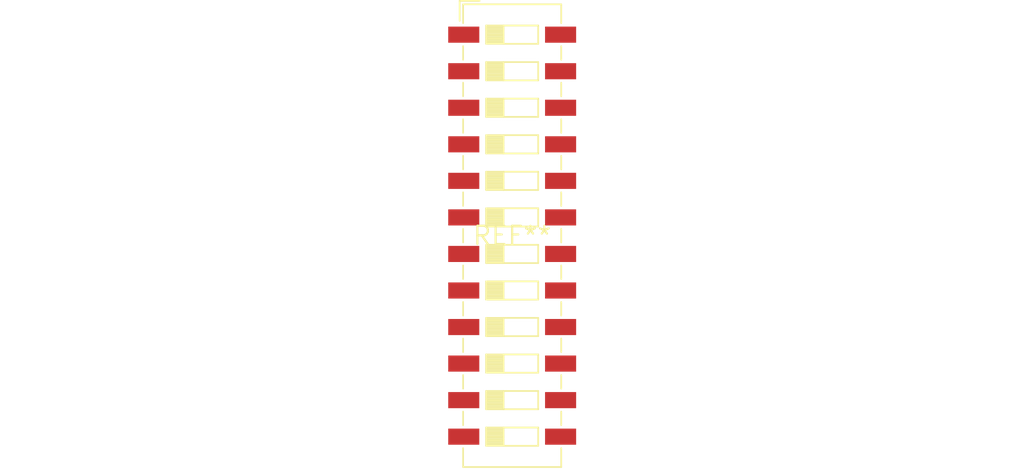
<source format=kicad_pcb>
(kicad_pcb (version 20240108) (generator pcbnew)
  (layers (0 "F.Cu" signal) (31 "B.Cu" signal) (34 "B.Paste" user) (35 "F.Paste" user) (36 "B.SilkS" user "B.Silkscreen") (37 "F.SilkS" user "F.Silkscreen") (38 "B.Mask" user) (39 "F.Mask" user) (44 "Edge.Cuts" user))
  (net 0 "")
  (footprint "SW_DIP_SPSTx12_Slide_6.7x32.04mm_W6.73mm_P2.54mm_LowProfile_JPin" (layer "F.Cu") (at 0 0)
    (property "Reference" "REF**")
    (property "Value" "SW_DIP_SPSTx12_Slide_6.7x32.04mm_W6.73mm_P2.54mm_LowProfile_JPin")
    (fp_line (start -3.65 -16.32) (end -3.65 -14.937) (layer "F.SilkS") (stroke (width 0.12)))
    (fp_line (start -3.65 -16.32) (end -2.267 -16.32) (layer "F.SilkS") (stroke (width 0.12)))
    (fp_line (start -3.41 -16.08) (end -3.41 -14.77) (layer "F.SilkS") (stroke (width 0.12)))
    (fp_line (start -3.41 -16.08) (end 3.41 -16.08) (layer "F.SilkS") (stroke (width 0.12)))
    (fp_line (start -3.41 -13.17) (end -3.41 -12.23) (layer "F.SilkS") (stroke (width 0.12)))
    (fp_line (start -3.41 -10.63) (end -3.41 -9.69) (layer "F.SilkS") (stroke (width 0.12)))
    (fp_line (start -3.41 -8.09) (end -3.41 -7.15) (layer "F.SilkS") (stroke (width 0.12)))
    (fp_line (start -3.41 -5.55) (end -3.41 -4.61) (layer "F.SilkS") (stroke (width 0.12)))
    (fp_line (start -3.41 -3.01) (end -3.41 -2.07) (layer "F.SilkS") (stroke (width 0.12)))
    (fp_line (start -3.41 -0.47) (end -3.41 0.47) (layer "F.SilkS") (stroke (width 0.12)))
    (fp_line (start -3.41 2.07) (end -3.41 3.01) (layer "F.SilkS") (stroke (width 0.12)))
    (fp_line (start -3.41 4.61) (end -3.41 5.55) (layer "F.SilkS") (stroke (width 0.12)))
    (fp_line (start -3.41 7.15) (end -3.41 8.09) (layer "F.SilkS") (stroke (width 0.12)))
    (fp_line (start -3.41 9.69) (end -3.41 10.63) (layer "F.SilkS") (stroke (width 0.12)))
    (fp_line (start -3.41 12.23) (end -3.41 13.17) (layer "F.SilkS") (stroke (width 0.12)))
    (fp_line (start -3.41 14.77) (end -3.41 16.08) (layer "F.SilkS") (stroke (width 0.12)))
    (fp_line (start -3.41 16.08) (end 3.41 16.08) (layer "F.SilkS") (stroke (width 0.12)))
    (fp_line (start -1.81 -14.605) (end -1.81 -13.335) (layer "F.SilkS") (stroke (width 0.12)))
    (fp_line (start -1.81 -14.485) (end -0.603333 -14.485) (layer "F.SilkS") (stroke (width 0.12)))
    (fp_line (start -1.81 -14.365) (end -0.603333 -14.365) (layer "F.SilkS") (stroke (width 0.12)))
    (fp_line (start -1.81 -14.245) (end -0.603333 -14.245) (layer "F.SilkS") (stroke (width 0.12)))
    (fp_line (start -1.81 -14.125) (end -0.603333 -14.125) (layer "F.SilkS") (stroke (width 0.12)))
    (fp_line (start -1.81 -14.005) (end -0.603333 -14.005) (layer "F.SilkS") (stroke (width 0.12)))
    (fp_line (start -1.81 -13.885) (end -0.603333 -13.885) (layer "F.SilkS") (stroke (width 0.12)))
    (fp_line (start -1.81 -13.765) (end -0.603333 -13.765) (layer "F.SilkS") (stroke (width 0.12)))
    (fp_line (start -1.81 -13.645) (end -0.603333 -13.645) (layer "F.SilkS") (stroke (width 0.12)))
    (fp_line (start -1.81 -13.525) (end -0.603333 -13.525) (layer "F.SilkS") (stroke (width 0.12)))
    (fp_line (start -1.81 -13.405) (end -0.603333 -13.405) (layer "F.SilkS") (stroke (width 0.12)))
    (fp_line (start -1.81 -13.335) (end 1.81 -13.335) (layer "F.SilkS") (stroke (width 0.12)))
    (fp_line (start -1.81 -12.065) (end -1.81 -10.795) (layer "F.SilkS") (stroke (width 0.12)))
    (fp_line (start -1.81 -11.945) (end -0.603333 -11.945) (layer "F.SilkS") (stroke (width 0.12)))
    (fp_line (start -1.81 -11.825) (end -0.603333 -11.825) (layer "F.SilkS") (stroke (width 0.12)))
    (fp_line (start -1.81 -11.705) (end -0.603333 -11.705) (layer "F.SilkS") (stroke (width 0.12)))
    (fp_line (start -1.81 -11.585) (end -0.603333 -11.585) (layer "F.SilkS") (stroke (width 0.12)))
    (fp_line (start -1.81 -11.465) (end -0.603333 -11.465) (layer "F.SilkS") (stroke (width 0.12)))
    (fp_line (start -1.81 -11.345) (end -0.603333 -11.345) (layer "F.SilkS") (stroke (width 0.12)))
    (fp_line (start -1.81 -11.225) (end -0.603333 -11.225) (layer "F.SilkS") (stroke (width 0.12)))
    (fp_line (start -1.81 -11.105) (end -0.603333 -11.105) (layer "F.SilkS") (stroke (width 0.12)))
    (fp_line (start -1.81 -10.985) (end -0.603333 -10.985) (layer "F.SilkS") (stroke (width 0.12)))
    (fp_line (start -1.81 -10.865) (end -0.603333 -10.865) (layer "F.SilkS") (stroke (width 0.12)))
    (fp_line (start -1.81 -10.795) (end 1.81 -10.795) (layer "F.SilkS") (stroke (width 0.12)))
    (fp_line (start -1.81 -9.525) (end -1.81 -8.255) (layer "F.SilkS") (stroke (width 0.12)))
    (fp_line (start -1.81 -9.405) (end -0.603333 -9.405) (layer "F.SilkS") (stroke (width 0.12)))
    (fp_line (start -1.81 -9.285) (end -0.603333 -9.285) (layer "F.SilkS") (stroke (width 0.12)))
    (fp_line (start -1.81 -9.165) (end -0.603333 -9.165) (layer "F.SilkS") (stroke (width 0.12)))
    (fp_line (start -1.81 -9.045) (end -0.603333 -9.045) (layer "F.SilkS") (stroke (width 0.12)))
    (fp_line (start -1.81 -8.925) (end -0.603333 -8.925) (layer "F.SilkS") (stroke (width 0.12)))
    (fp_line (start -1.81 -8.805) (end -0.603333 -8.805) (layer "F.SilkS") (stroke (width 0.12)))
    (fp_line (start -1.81 -8.685) (end -0.603333 -8.685) (layer "F.SilkS") (stroke (width 0.12)))
    (fp_line (start -1.81 -8.565) (end -0.603333 -8.565) (layer "F.SilkS") (stroke (width 0.12)))
    (fp_line (start -1.81 -8.445) (end -0.603333 -8.445) (layer "F.SilkS") (stroke (width 0.12)))
    (fp_line (start -1.81 -8.325) (end -0.603333 -8.325) (layer "F.SilkS") (stroke (width 0.12)))
    (fp_line (start -1.81 -8.255) (end 1.81 -8.255) (layer "F.SilkS") (stroke (width 0.12)))
    (fp_line (start -1.81 -6.985) (end -1.81 -5.715) (layer "F.SilkS") (stroke (width 0.12)))
    (fp_line (start -1.81 -6.865) (end -0.603333 -6.865) (layer "F.SilkS") (stroke (width 0.12)))
    (fp_line (start -1.81 -6.745) (end -0.603333 -6.745) (layer "F.SilkS") (stroke (width 0.12)))
    (fp_line (start -1.81 -6.625) (end -0.603333 -6.625) (layer "F.SilkS") (stroke (width 0.12)))
    (fp_line (start -1.81 -6.505) (end -0.603333 -6.505) (layer "F.SilkS") (stroke (width 0.12)))
    (fp_line (start -1.81 -6.385) (end -0.603333 -6.385) (layer "F.SilkS") (stroke (width 0.12)))
    (fp_line (start -1.81 -6.265) (end -0.603333 -6.265) (layer "F.SilkS") (stroke (width 0.12)))
    (fp_line (start -1.81 -6.145) (end -0.603333 -6.145) (layer "F.SilkS") (stroke (width 0.12)))
    (fp_line (start -1.81 -6.025) (end -0.603333 -6.025) (layer "F.SilkS") (stroke (width 0.12)))
    (fp_line (start -1.81 -5.905) (end -0.603333 -5.905) (layer "F.SilkS") (stroke (width 0.12)))
    (fp_line (start -1.81 -5.785) (end -0.603333 -5.785) (layer "F.SilkS") (stroke (width 0.12)))
    (fp_line (start -1.81 -5.715) (end 1.81 -5.715) (layer "F.SilkS") (stroke (width 0.12)))
    (fp_line (start -1.81 -4.445) (end -1.81 -3.175) (layer "F.SilkS") (stroke (width 0.12)))
    (fp_line (start -1.81 -4.325) (end -0.603333 -4.325) (layer "F.SilkS") (stroke (width 0.12)))
    (fp_line (start -1.81 -4.205) (end -0.603333 -4.205) (layer "F.SilkS") (stroke (width 0.12)))
    (fp_line (start -1.81 -4.085) (end -0.603333 -4.085) (layer "F.SilkS") (stroke (width 0.12)))
    (fp_line (start -1.81 -3.965) (end -0.603333 -3.965) (layer "F.SilkS") (stroke (width 0.12)))
    (fp_line (start -1.81 -3.845) (end -0.603333 -3.845) (layer "F.SilkS") (stroke (width 0.12)))
    (fp_line (start -1.81 -3.725) (end -0.603333 -3.725) (layer "F.SilkS") (stroke (width 0.12)))
    (fp_line (start -1.81 -3.605) (end -0.603333 -3.605) (layer "F.SilkS") (stroke (width 0.12)))
    (fp_line (start -1.81 -3.485) (end -0.603333 -3.485) (layer "F.SilkS") (stroke (width 0.12)))
    (fp_line (start -1.81 -3.365) (end -0.603333 -3.365) (layer "F.SilkS") (stroke (width 0.12)))
    (fp_line (start -1.81 -3.245) (end -0.603333 -3.245) (layer "F.SilkS") (stroke (width 0.12)))
    (fp_line (start -1.81 -3.175) (end 1.81 -3.175) (layer "F.SilkS") (stroke (width 0.12)))
    (fp_line (start -1.81 -1.905) (end -1.81 -0.635) (layer "F.SilkS") (stroke (width 0.12)))
    (fp_line (start -1.81 -1.785) (end -0.603333 -1.785) (layer "F.SilkS") (stroke (width 0.12)))
    (fp_line (start -1.81 -1.665) (end -0.603333 -1.665) (layer "F.SilkS") (stroke (width 0.12)))
    (fp_line (start -1.81 -1.545) (end -0.603333 -1.545) (layer "F.SilkS") (stroke (width 0.12)))
    (fp_line (start -1.81 -1.425) (end -0.603333 -1.425) (layer "F.SilkS") (stroke (width 0.12)))
    (fp_line (start -1.81 -1.305) (end -0.603333 -1.305) (layer "F.SilkS") (stroke (width 0.12)))
    (fp_line (start -1.81 -1.185) (end -0.603333 -1.185) (layer "F.SilkS") (stroke (width 0.12)))
    (fp_line (start -1.81 -1.065) (end -0.603333 -1.065) (layer "F.SilkS") (stroke (width 0.12)))
    (fp_line (start -1.81 -0.945) (end -0.603333 -0.945) (layer "F.SilkS") (stroke (width 0.12)))
    (fp_line (start -1.81 -0.825) (end -0.603333 -0.825) (layer "F.SilkS") (stroke (width 0.12)))
    (fp_line (start -1.81 -0.705) (end -0.603333 -0.705) (layer "F.SilkS") (stroke (width 0.12)))
    (fp_line (start -1.81 -0.635) (end 1.81 -0.635) (layer "F.SilkS") (stroke (width 0.12)))
    (fp_line (start -1.81 0.635) (end -1.81 1.905) (layer "F.SilkS") (stroke (width 0.12)))
    (fp_line (start -1.81 0.755) (end -0.603333 0.755) (layer "F.SilkS") (stroke (width 0.12)))
    (fp_line (start -1.81 0.875) (end -0.603333 0.875) (layer "F.SilkS") (stroke (width 0.12)))
    (fp_line (start -1.81 0.995) (end -0.603333 0.995) (layer "F.SilkS") (stroke (width 0.12)))
    (fp_line (start -1.81 1.115) (end -0.603333 1.115) (layer "F.SilkS") (stroke (width 0.12)))
    (fp_line (start -1.81 1.235) (end -0.603333 1.235) (layer "F.SilkS") (stroke (width 0.12)))
    (fp_line (start -1.81 1.355) (end -0.603333 1.355) (layer "F.SilkS") (stroke (width 0.12)))
    (fp_line (start -1.81 1.475) (end -0.603333 1.475) (layer "F.SilkS") (stroke (width 0.12)))
    (fp_line (start -1.81 1.595) (end -0.603333 1.595) (layer "F.SilkS") (stroke (width 0.12)))
    (fp_line (start -1.81 1.715) (end -0.603333 1.715) (layer "F.SilkS") (stroke (width 0.12)))
    (fp_line (start -1.81 1.835) (end -0.603333 1.835) (layer "F.SilkS") (stroke (width 0.12)))
    (fp_line (start -1.81 1.905) (end 1.81 1.905) (layer "F.SilkS") (stroke (width 0.12)))
    (fp_line (start -1.81 3.175) (end -1.81 4.445) (layer "F.SilkS") (stroke (width 0.12)))
    (fp_line (start -1.81 3.295) (end -0.603333 3.295) (layer "F.SilkS") (stroke (width 0.12)))
    (fp_line (start -1.81 3.415) (end -0.603333 3.415) (layer "F.SilkS") (stroke (width 0.12)))
    (fp_line (start -1.81 3.535) (end -0.603333 3.535) (layer "F.SilkS") (stroke (width 0.12)))
    (fp_line (start -1.81 3.655) (end -0.603333 3.655) (layer "F.SilkS") (stroke (width 0.12)))
    (fp_line (start -1.81 3.775) (end -0.603333 3.775) (layer "F.SilkS") (stroke (width 0.12)))
    (fp_line (start -1.81 3.895) (end -0.603333 3.895) (layer "F.SilkS") (stroke (width 0.12)))
    (fp_line (start -1.81 4.015) (end -0.603333 4.015) (layer "F.SilkS") (stroke (width 0.12)))
    (fp_line (start -1.81 4.135) (end -0.603333 4.135) (layer "F.SilkS") (stroke (width 0.12)))
    (fp_line (start -1.81 4.255) (end -0.603333 4.255) (layer "F.SilkS") (stroke (width 0.12)))
    (fp_line (start -1.81 4.375) (end -0.603333 4.375) (layer "F.SilkS") (stroke (width 0.12)))
    (fp_line (start -1.81 4.445) (end 1.81 4.445) (layer "F.SilkS") (stroke (width 0.12)))
    (fp_line (start -1.81 5.715) (end -1.81 6.985) (layer "F.SilkS") (stroke (width 0.12)))
    (fp_line (start -1.81 5.835) (end -0.603333 5.835) (layer "F.SilkS") (stroke (width 0.12)))
    (fp_line (start -1.81 5.955) (end -0.603333 5.955) (layer "F.SilkS") (stroke (width 0.12)))
    (fp_line (start -1.81 6.075) (end -0.603333 6.075) (layer "F.SilkS") (stroke (width 0.12)))
    (fp_line (start -1.81 6.195) (end -0.603333 6.195) (layer "F.SilkS") (stroke (width 0.12)))
    (fp_line (start -1.81 6.315) (end -0.603333 6.315) (layer "F.SilkS") (stroke (width 0.12)))
    (fp_line (start -1.81 6.435) (end -0.603333 6.435) (layer "F.SilkS") (stroke (width 0.12)))
    (fp_line (start -1.81 6.555) (end -0.603333 6.555) (layer "F.SilkS") (stroke (width 0.12)))
    (fp_line (start -1.81 6.675) (end -0.603333 6.675) (layer "F.SilkS") (stroke (width 0.12)))
    (fp_line (start -1.81 6.795) (end -0.603333 6.795) (layer "F.SilkS") (stroke (width 0.12)))
    (fp_line (start -1.81 6.915) (end -0.603333 6.915) (layer "F.SilkS") (stroke (width 0.12)))
    (fp_line (start -1.81 6.985) (end 1.81 6.985) (layer "F.SilkS") (stroke (width 0.12)))
    (fp_line (start -1.81 8.255) (end -1.81 9.525) (layer "F.SilkS") (stroke (width 0.12)))
    (fp_line (start -1.81 8.375) (end -0.603333 8.375) (layer "F.SilkS") (stroke (width 0.12)))
    (fp_line (start -1.81 8.495) (end -0.603333 8.495) (layer "F.SilkS") (stroke (width 0.12)))
    (fp_line (start -1.81 8.615) (end -0.603333 8.615) (layer "F.SilkS") (stroke (width 0.12)))
    (fp_line (start -1.81 8.735) (end -0.603333 8.735) (layer "F.SilkS") (stroke (width 0.12)))
    (fp_line (start -1.81 8.855) (end -0.603333 8.855) (layer "F.SilkS") (stroke (width 0.12)))
    (fp_line (start -1.81 8.975) (end -0.603333 8.975) (layer "F.SilkS") (stroke (width 0.12)))
    (fp_line (start -1.81 9.095) (end -0.603333 9.095) (layer "F.SilkS") (stroke (width 0.12)))
    (fp_line (start -1.81 9.215) (end -0.603333 9.215) (layer "F.SilkS") (stroke (width 0.12)))
    (fp_line (start -1.81 9.335) (end -0.603333 9.335) (layer "F.SilkS") (stroke (width 0.12)))
    (fp_line (start -1.81 9.455) (end -0.603333 9.455) (layer "F.SilkS") (stroke (width 0.12)))
    (fp_line (start -1.81 9.525) (end 1.81 9.525) (layer "F.SilkS") (stroke (width 0.12)))
    (fp_line (start -1.81 10.795) (end -1.81 12.065) (layer "F.SilkS") (stroke (width 0.12)))
    (fp_line (start -1.81 10.915) (end -0.603333 10.915) (layer "F.SilkS") (stroke (width 0.12)))
    (fp_line (start -1.81 11.035) (end -0.603333 11.035) (layer "F.SilkS") (stroke (width 0.12)))
    (fp_line (start -1.81 11.155) (end -0.603333 11.155) (layer "F.SilkS") (stroke (width 0.12)))
    (fp_line (start -1.81 11.275) (end -0.603333 11.275) (layer "F.SilkS") (stroke (width 0.12)))
    (fp_line (start -1.81 11.395) (end -0.603333 11.395) (layer "F.SilkS") (stroke (width 0.12)))
    (fp_line (start -1.81 11.515) (end -0.603333 11.515) (layer "F.SilkS") (stroke (width 0.12)))
    (fp_line (start -1.81 11.635) (end -0.603333 11.635) (layer "F.SilkS") (stroke (width 0.12)))
    (fp_line (start -1.81 11.755) (end -0.603333 11.755) (layer "F.SilkS") (stroke (width 0.12)))
    (fp_line (start -1.81 11.875) (end -0.603333 11.875) (layer "F.SilkS") (stroke (width 0.12)))
    (fp_line (start -1.81 11.995) (end -0.603333 11.995) (layer "F.SilkS") (stroke (width 0.12)))
    (fp_line (start -1.81 12.065) (end 1.81 12.065) (layer "F.SilkS") (stroke (width 0.12)))
    (fp_line (start -1.81 13.335) (end -1.81 14.605) (layer "F.SilkS") (stroke (width 0.12)))
    (fp_line (start -1.81 13.455) (end -0.603333 13.455) (layer "F.SilkS") (stroke (width 0.12)))
    (fp_line (start -1.81 13.575) (end -0.603333 13.575) (layer "F.SilkS") (stroke (width 0.12)))
    (fp_line (start -1.81 13.695) (end -0.603333 13.695) (layer "F.SilkS") (stroke (width 0.12)))
    (fp_line (start -1.81 13.815) (end -0.603333 13.815) (layer "F.SilkS") (stroke (width 0.12)))
    (fp_line (start -1.81 13.935) (end -0.603333 13.935) (layer "F.SilkS") (stroke (width 0.12)))
    (fp_line (start -1.81 14.055) (end -0.603333 14.055) (layer "F.SilkS") (stroke (width 0.12)))
    (fp_line (start -1.81 14.175) (end -0.603333 14.175) (layer "F.SilkS") (stroke (width 0.12)))
    (fp_line (start -1.81 14.295) (end -0.603333 14.295) (layer "F.SilkS") (stroke (width 0.12)))
    (fp_line (start -1.81 14.415) (end -0.603333 14.415) (layer "F.SilkS") (stroke (width 0.12)))
    (fp_line (start -1.81 14.535) (end -0.603333 14.535) (layer "F.SilkS") (stroke (width 0.12)))
    (fp_line (start -1.81 14.605) (end 1.81 14.605) (layer "F.SilkS") (stroke (width 0.12)))
    (fp_line (start -0.603333 -14.605) (end -0.603333 -13.335) (layer "F.SilkS") (stroke (width 0.12)))
    (fp_line (start -0.603333 -12.065) (end -0.603333 -10.795) (layer "F.SilkS") (stroke (width 0.12)))
    (fp_line (start -0.603333 -9.525) (end -0.603333 -8.255) (layer "F.SilkS") (stroke (width 0.12)))
    (fp_line (start -0.603333 -6.985) (end -0.603333 -5.715) (layer "F.SilkS") (stroke (width 0.12)))
    (fp_line (start -0.603333 -4.445) (end -0.603333 -3.175) (layer "F.SilkS") (stroke (width 0.12)))
    (fp_line (start -0.603333 -1.905) (end -0.603333 -0.635) (layer "F.SilkS") (stroke (width 0.12)))
    (fp_line (start -0.603333 0.635) (end -0.603333 1.905) (layer "F.SilkS") (stroke (width 0.12)))
    (fp_line (start -0.603333 3.175) (end -0.603333 4.445) (layer "F.SilkS") (stroke (width 0.12)))
    (fp_line (start -0.603333 5.715) (end -0.603333 6.985) (layer "F.SilkS") (stroke (width 0.12)))
    (fp_line (start -0.603333 8.255) (end -0.603333 9.525) (layer "F.SilkS") (stroke (width 0.12)))
    (fp_line (start -0.603333 10.795) (end -0.603333 12.065) (layer "F.SilkS") (stroke (width 0.12)))
    (fp_line (start -0.603333 13.335) (end -0.603333 14.605) (layer "F.SilkS") (stroke (width 0.12)))
    (fp_line (start 1.81 -14.605) (end -1.81 -14.605) (layer "F.SilkS") (stroke (width 0.12)))
    (fp_line (start 1.81 -13.335) (end 1.81 -14.605) (layer "F.SilkS") (stroke (width 0.12)))
    (fp_line (start 1.81 -12.065) (end -1.81 -12.065) (layer "F.SilkS") (stroke (width 0.12)))
    (fp_line (start 1.81 -10.795) (end 1.81 -12.065) (layer "F.SilkS") (stroke (width 0.12)))
    (fp_line (start 1.81 -9.525) (end -1.81 -9.525) (layer "F.SilkS") (stroke (width 0.12)))
    (fp_line (start 1.81 -8.255) (end 1.81 -9.525) (layer "F.SilkS") (stroke (width 0.12)))
    (fp_line (start 1.81 -6.985) (end -1.81 -6.985) (layer "F.SilkS") (stroke (width 0.12)))
    (fp_line (start 1.81 -5.715) (end 1.81 -6.985) (layer "F.SilkS") (stroke (width 0.12)))
    (fp_line (start 1.81 -4.445) (end -1.81 -4.445) (layer "F.SilkS") (stroke (width 0.12)))
    (fp_line (start 1.81 -3.175) (end 1.81 -4.445) (layer "F.SilkS") (stroke (width 0.12)))
    (fp_line (start 1.81 -1.905) (end -1.81 -1.905) (layer "F.SilkS") (stroke (width 0.12)))
    (fp_line (start 1.81 -0.635) (end 1.81 -1.905) (layer "F.SilkS") (stroke (width 0.12)))
    (fp_line (start 1.81 0.635) (end -1.81 0.635) (layer "F.SilkS") (stroke (width 0.12)))
    (fp_line (start 1.81 1.905) (end 1.81 0.635) (layer "F.SilkS") (stroke (width 0.12)))
    (fp_line (start 1.81 3.175) (end -1.81 3.175) (layer "F.SilkS") (stroke (width 0.12)))
    (fp_line (start 1.81 4.445) (end 1.81 3.175) (layer "F.SilkS") (stroke (width 0.12)))
    (fp_line (start 1.81 5.715) (end -1.81 5.715) (layer "F.SilkS") (stroke (width 0.12)))
    (fp_line (start 1.81 6.985) (end 1.81 5.715) (layer "F.SilkS") (stroke (width 0.12)))
    (fp_line (start 1.81 8.255) (end -1.81 8.255) (layer "F.SilkS") (stroke (width 0.12)))
    (fp_line (start 1.81 9.525) (end 1.81 8.255) (layer "F.SilkS") (stroke (width 0.12)))
    (fp_line (start 1.81 10.795) (end -1.81 10.795) (layer "F.SilkS") (stroke (width 0.12)))
    (fp_line (start 1.81 12.065) (end 1.81 10.795) (layer "F.SilkS") (stroke (width 0.12)))
    (fp_line (start 1.81 13.335) (end -1.81 13.335) (layer "F.SilkS") (stroke (width 0.12)))
    (fp_line (start 1.81 14.605) (end 1.81 13.335) (layer "F.SilkS") (stroke (width 0.12)))
    (fp_line (start 3.41 -16.08) (end 3.41 -14.77) (layer "F.SilkS") (stroke (width 0.12)))
    (fp_line (start 3.41 -13.169) (end 3.41 -12.229) (layer "F.SilkS") (stroke (width 0.12)))
    (fp_line (start 3.41 -10.629) (end 3.41 -9.689) (layer "F.SilkS") (stroke (width 0.12)))
    (fp_line (start 3.41 -8.089) (end 3.41 -7.149) (layer "F.SilkS") (stroke (width 0.12)))
    (fp_line (start 3.41 -5.549) (end 3.41 -4.609) (layer "F.SilkS") (stroke (width 0.12)))
    (fp_line (start 3.41 -3.009) (end 3.41 -2.069) (layer "F.SilkS") (stroke (width 0.12)))
    (fp_line (start 3.41 -0.469) (end 3.41 0.471) (layer "F.SilkS") (stroke (width 0.12)))
    (fp_line (start 3.41 2.071) (end 3.41 3.011) (layer "F.SilkS") (stroke (width 0.12)))
    (fp_line (start 3.41 4.611) (end 3.41 5.551) (layer "F.SilkS") (stroke (width 0.12)))
    (fp_line (start 3.41 7.151) (end 3.41 8.09) (layer "F.SilkS") (stroke (width 0.12)))
    (fp_line (start 3.41 9.691) (end 3.41 10.63) (layer "F.SilkS") (stroke (width 0.12)))
    (fp_line (start 3.41 12.231) (end 3.41 13.17) (layer "F.SilkS") (stroke (width 0.12)))
    (fp_line (start 3.41 14.77) (end 3.41 16.08) (layer "F.SilkS") (stroke (width 0.12)))
    (pad "1" smd rect (at -3.365 -13.97) (size 2.16 1.12) (layers "F.Cu" "F.Paste" "F.Mask"))
    (pad "2" smd rect (at -3.365 -11.43) (size 2.16 1.12) (layers "F.Cu" "F.Paste" "F.Mask"))
    (pad "3" smd rect (at -3.365 -8.89) (size 2.16 1.12) (layers "F.Cu" "F.Paste" "F.Mask"))
    (pad "4" smd rect (at -3.365 -6.35) (size 2.16 1.12) (layers "F.Cu" "F.Paste" "F.Mask"))
    (pad "5" smd rect (at -3.365 -3.81) (size 2.16 1.12) (layers "F.Cu" "F.Paste" "F.Mask"))
    (pad "6" smd rect (at -3.365 -1.27) (size 2.16 1.12) (layers "F.Cu" "F.Paste" "F.Mask"))
    (pad "7" smd rect (at -3.365 1.27) (size 2.16 1.12) (layers "F.Cu" "F.Paste" "F.Mask"))
    (pad "8" smd rect (at -3.365 3.81) (size 2.16 1.12) (layers "F.Cu" "F.Paste" "F.Mask"))
    (pad "9" smd rect (at -3.365 6.35) (size 2.16 1.12) (layers "F.Cu" "F.Paste" "F.Mask"))
    (pad "10" smd rect (at -3.365 8.89) (size 2.16 1.12) (layers "F.Cu" "F.Paste" "F.Mask"))
    (pad "11" smd rect (at -3.365 11.43) (size 2.16 1.12) (layers "F.Cu" "F.Paste" "F.Mask"))
    (pad "12" smd rect (at -3.365 13.97) (size 2.16 1.12) (layers "F.Cu" "F.Paste" "F.Mask"))
    (pad "13" smd rect (at 3.365 13.97) (size 2.16 1.12) (layers "F.Cu" "F.Paste" "F.Mask"))
    (pad "14" smd rect (at 3.365 11.43) (size 2.16 1.12) (layers "F.Cu" "F.Paste" "F.Mask"))
    (pad "15" smd rect (at 3.365 8.89) (size 2.16 1.12) (layers "F.Cu" "F.Paste" "F.Mask"))
    (pad "16" smd rect (at 3.365 6.35) (size 2.16 1.12) (layers "F.Cu" "F.Paste" "F.Mask"))
    (pad "17" smd rect (at 3.365 3.81) (size 2.16 1.12) (layers "F.Cu" "F.Paste" "F.Mask"))
    (pad "18" smd rect (at 3.365 1.27) (size 2.16 1.12) (layers "F.Cu" "F.Paste" "F.Mask"))
    (pad "19" smd rect (at 3.365 -1.27) (size 2.16 1.12) (layers "F.Cu" "F.Paste" "F.Mask"))
    (pad "20" smd rect (at 3.365 -3.81) (size 2.16 1.12) (layers "F.Cu" "F.Paste" "F.Mask"))
    (pad "21" smd rect (at 3.365 -6.35) (size 2.16 1.12) (layers "F.Cu" "F.Paste" "F.Mask"))
    (pad "22" smd rect (at 3.365 -8.89) (size 2.16 1.12) (layers "F.Cu" "F.Paste" "F.Mask"))
    (pad "23" smd rect (at 3.365 -11.43) (size 2.16 1.12) (layers "F.Cu" "F.Paste" "F.Mask"))
    (pad "24" smd rect (at 3.365 -13.97) (size 2.16 1.12) (layers "F.Cu" "F.Paste" "F.Mask"))
  )
)
</source>
